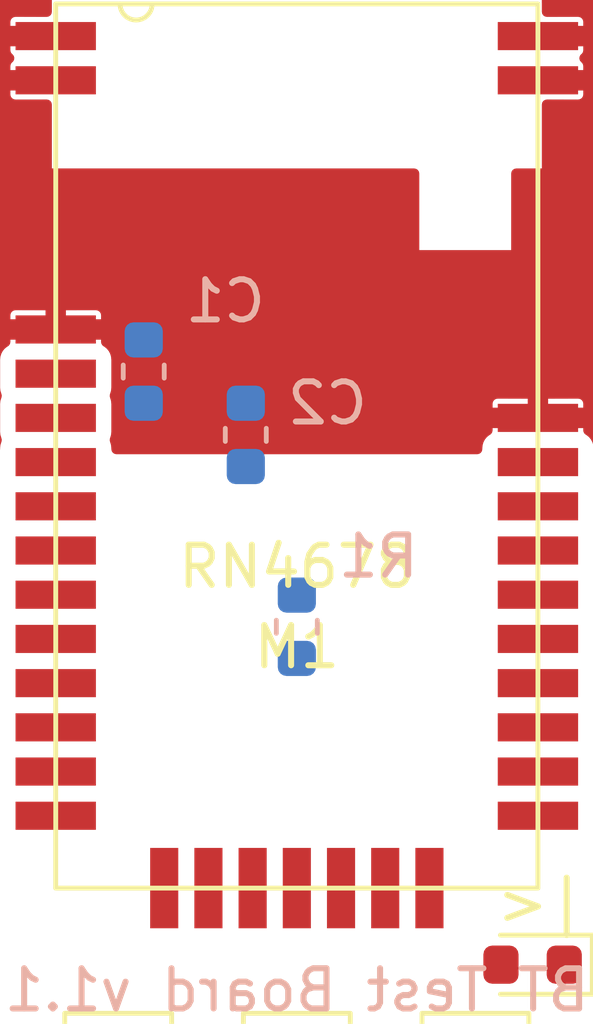
<source format=kicad_pcb>
(kicad_pcb (version 20171130) (host pcbnew "(5.1.0)-1")

  (general
    (thickness 1.6)
    (drawings 1)
    (tracks 0)
    (zones 0)
    (modules 10)
    (nets 27)
  )

  (page User 150.012 150.012)
  (layers
    (0 F.Cu signal hide)
    (31 B.Cu signal)
    (32 B.Adhes user)
    (33 F.Adhes user)
    (34 B.Paste user)
    (35 F.Paste user)
    (36 B.SilkS user)
    (37 F.SilkS user)
    (38 B.Mask user)
    (39 F.Mask user)
    (40 Dwgs.User user)
    (41 Cmts.User user)
    (42 Eco1.User user)
    (43 Eco2.User user)
    (44 Edge.Cuts user)
    (45 Margin user)
    (46 B.CrtYd user)
    (47 F.CrtYd user)
    (48 B.Fab user hide)
    (49 F.Fab user hide)
  )

  (setup
    (last_trace_width 0.25)
    (trace_clearance 0.2)
    (zone_clearance 0.508)
    (zone_45_only no)
    (trace_min 0.2)
    (via_size 0.8)
    (via_drill 0.4)
    (via_min_size 0.4)
    (via_min_drill 0.3)
    (uvia_size 0.3)
    (uvia_drill 0.1)
    (uvias_allowed no)
    (uvia_min_size 0.2)
    (uvia_min_drill 0.1)
    (edge_width 0.05)
    (segment_width 0.2)
    (pcb_text_width 0.3)
    (pcb_text_size 1.5 1.5)
    (mod_edge_width 0.12)
    (mod_text_size 1 1)
    (mod_text_width 0.15)
    (pad_size 1.524 1.524)
    (pad_drill 0.762)
    (pad_to_mask_clearance 0.051)
    (solder_mask_min_width 0.25)
    (aux_axis_origin 0 0)
    (visible_elements 7FFFFFFF)
    (pcbplotparams
      (layerselection 0x010fc_ffffffff)
      (usegerberextensions false)
      (usegerberattributes false)
      (usegerberadvancedattributes false)
      (creategerberjobfile false)
      (excludeedgelayer true)
      (linewidth 0.100000)
      (plotframeref false)
      (viasonmask false)
      (mode 1)
      (useauxorigin false)
      (hpglpennumber 1)
      (hpglpenspeed 20)
      (hpglpendiameter 15.000000)
      (psnegative false)
      (psa4output false)
      (plotreference true)
      (plotvalue true)
      (plotinvisibletext false)
      (padsonsilk false)
      (subtractmaskfromsilk false)
      (outputformat 1)
      (mirror false)
      (drillshape 1)
      (scaleselection 1)
      (outputdirectory ""))
  )

  (net 0 "")
  (net 1 GND)
  (net 2 +BATT)
  (net 3 /LDO33)
  (net 4 "Net-(D1-Pad2)")
  (net 5 "Net-(D1-Pad1)")
  (net 6 /RST_N)
  (net 7 /15)
  (net 8 /13)
  (net 9 /12)
  (net 10 /05)
  (net 11 /04)
  (net 12 /WAKEUP)
  (net 13 /SWBTN)
  (net 14 /37)
  (net 15 /36)
  (net 16 /34)
  (net 17 /33)
  (net 18 /32)
  (net 19 /31)
  (net 20 /TXD)
  (net 21 /RXD)
  (net 22 /RTS)
  (net 23 /CTS)
  (net 24 "Net-(JP1-Pad2)")
  (net 25 "Net-(JP2-Pad2)")
  (net 26 "Net-(JP3-Pad2)")

  (net_class Default "This is the default net class."
    (clearance 0.2)
    (trace_width 0.25)
    (via_dia 0.8)
    (via_drill 0.4)
    (uvia_dia 0.3)
    (uvia_drill 0.1)
    (add_net +BATT)
    (add_net /04)
    (add_net /05)
    (add_net /12)
    (add_net /13)
    (add_net /15)
    (add_net /31)
    (add_net /32)
    (add_net /33)
    (add_net /34)
    (add_net /36)
    (add_net /37)
    (add_net /CTS)
    (add_net /LDO33)
    (add_net /RST_N)
    (add_net /RTS)
    (add_net /RXD)
    (add_net /SWBTN)
    (add_net /TXD)
    (add_net /WAKEUP)
    (add_net GND)
    (add_net "Net-(D1-Pad1)")
    (add_net "Net-(D1-Pad2)")
    (add_net "Net-(JP1-Pad2)")
    (add_net "Net-(JP2-Pad2)")
    (add_net "Net-(JP3-Pad2)")
  )

  (module Connector_PinHeader_2.54mm:PinHeader_1x11_P2.54mm_Vertical (layer F.Cu) (tedit 59FED5CC) (tstamp 60328FDA)
    (at 66.04 48.26)
    (descr "Through hole straight pin header, 1x11, 2.54mm pitch, single row")
    (tags "Through hole pin header THT 1x11 2.54mm single row")
    (path /6032C8D4)
    (fp_text reference J1 (at -3.81 -1.27) (layer F.SilkS) hide
      (effects (font (size 1 1) (thickness 0.15)))
    )
    (fp_text value Conn_01x11_Male (at 0 27.73) (layer F.Fab)
      (effects (font (size 1 1) (thickness 0.15)))
    )
    (fp_text user %R (at 0 12.7 90) (layer F.Fab)
      (effects (font (size 1 1) (thickness 0.15)))
    )
    (fp_line (start 1.8 -1.8) (end -1.8 -1.8) (layer F.CrtYd) (width 0.05))
    (fp_line (start 1.8 27.2) (end 1.8 -1.8) (layer F.CrtYd) (width 0.05))
    (fp_line (start -1.8 27.2) (end 1.8 27.2) (layer F.CrtYd) (width 0.05))
    (fp_line (start -1.8 -1.8) (end -1.8 27.2) (layer F.CrtYd) (width 0.05))
    (fp_line (start -1.33 -1.33) (end 0 -1.33) (layer F.SilkS) (width 0.12))
    (fp_line (start -1.33 0) (end -1.33 -1.33) (layer F.SilkS) (width 0.12))
    (fp_line (start -1.33 1.27) (end 1.33 1.27) (layer F.SilkS) (width 0.12))
    (fp_line (start 1.33 1.27) (end 1.33 26.73) (layer F.SilkS) (width 0.12))
    (fp_line (start -1.33 1.27) (end -1.33 26.73) (layer F.SilkS) (width 0.12))
    (fp_line (start -1.33 26.73) (end 1.33 26.73) (layer F.SilkS) (width 0.12))
    (fp_line (start -1.27 -0.635) (end -0.635 -1.27) (layer F.Fab) (width 0.1))
    (fp_line (start -1.27 26.67) (end -1.27 -0.635) (layer F.Fab) (width 0.1))
    (fp_line (start 1.27 26.67) (end -1.27 26.67) (layer F.Fab) (width 0.1))
    (fp_line (start 1.27 -1.27) (end 1.27 26.67) (layer F.Fab) (width 0.1))
    (fp_line (start -0.635 -1.27) (end 1.27 -1.27) (layer F.Fab) (width 0.1))
    (pad 11 thru_hole oval (at 0 25.4) (size 1.7 1.7) (drill 1) (layers *.Cu *.Mask)
      (net 1 GND))
    (pad 10 thru_hole oval (at 0 22.86) (size 1.7 1.7) (drill 1) (layers *.Cu *.Mask)
      (net 6 /RST_N))
    (pad 9 thru_hole oval (at 0 20.32) (size 1.7 1.7) (drill 1) (layers *.Cu *.Mask)
      (net 10 /05))
    (pad 8 thru_hole oval (at 0 17.78) (size 1.7 1.7) (drill 1) (layers *.Cu *.Mask)
      (net 8 /13))
    (pad 7 thru_hole oval (at 0 15.24) (size 1.7 1.7) (drill 1) (layers *.Cu *.Mask)
      (net 9 /12))
    (pad 6 thru_hole oval (at 0 12.7) (size 1.7 1.7) (drill 1) (layers *.Cu *.Mask)
      (net 7 /15))
    (pad 5 thru_hole oval (at 0 10.16) (size 1.7 1.7) (drill 1) (layers *.Cu *.Mask)
      (net 11 /04))
    (pad 4 thru_hole oval (at 0 7.62) (size 1.7 1.7) (drill 1) (layers *.Cu *.Mask)
      (net 12 /WAKEUP))
    (pad 3 thru_hole oval (at 0 5.08) (size 1.7 1.7) (drill 1) (layers *.Cu *.Mask)
      (net 13 /SWBTN))
    (pad 2 thru_hole oval (at 0 2.54) (size 1.7 1.7) (drill 1) (layers *.Cu *.Mask)
      (net 1 GND))
    (pad 1 thru_hole rect (at 0 0) (size 1.7 1.7) (drill 1) (layers *.Cu *.Mask)
      (net 2 +BATT))
    (model ${KISYS3DMOD}/Connector_PinHeader_2.54mm.3dshapes/PinHeader_1x11_P2.54mm_Vertical.wrl
      (at (xyz 0 0 0))
      (scale (xyz 1 1 1))
      (rotate (xyz 0 0 0))
    )
  )

  (module Resistor_SMD:R_0603_1608Metric (layer B.Cu) (tedit 5B301BBD) (tstamp 6032B2AD)
    (at 74.93 57.6325 90)
    (descr "Resistor SMD 0603 (1608 Metric), square (rectangular) end terminal, IPC_7351 nominal, (Body size source: http://www.tortai-tech.com/upload/download/2011102023233369053.pdf), generated with kicad-footprint-generator")
    (tags resistor)
    (path /6033065F)
    (attr smd)
    (fp_text reference R1 (at 1.7525 2.032 180) (layer B.SilkS)
      (effects (font (size 1 1) (thickness 0.15)) (justify mirror))
    )
    (fp_text value R (at 0 -1.43 90) (layer B.Fab)
      (effects (font (size 1 1) (thickness 0.15)) (justify mirror))
    )
    (fp_text user %R (at 0 0 90) (layer B.Fab)
      (effects (font (size 0.4 0.4) (thickness 0.06)) (justify mirror))
    )
    (fp_line (start 1.48 -0.73) (end -1.48 -0.73) (layer B.CrtYd) (width 0.05))
    (fp_line (start 1.48 0.73) (end 1.48 -0.73) (layer B.CrtYd) (width 0.05))
    (fp_line (start -1.48 0.73) (end 1.48 0.73) (layer B.CrtYd) (width 0.05))
    (fp_line (start -1.48 -0.73) (end -1.48 0.73) (layer B.CrtYd) (width 0.05))
    (fp_line (start -0.162779 -0.51) (end 0.162779 -0.51) (layer B.SilkS) (width 0.12))
    (fp_line (start -0.162779 0.51) (end 0.162779 0.51) (layer B.SilkS) (width 0.12))
    (fp_line (start 0.8 -0.4) (end -0.8 -0.4) (layer B.Fab) (width 0.1))
    (fp_line (start 0.8 0.4) (end 0.8 -0.4) (layer B.Fab) (width 0.1))
    (fp_line (start -0.8 0.4) (end 0.8 0.4) (layer B.Fab) (width 0.1))
    (fp_line (start -0.8 -0.4) (end -0.8 0.4) (layer B.Fab) (width 0.1))
    (pad 2 smd roundrect (at 0.7875 0 90) (size 0.875 0.95) (layers B.Cu B.Paste B.Mask) (roundrect_rratio 0.25)
      (net 3 /LDO33))
    (pad 1 smd roundrect (at -0.7875 0 90) (size 0.875 0.95) (layers B.Cu B.Paste B.Mask) (roundrect_rratio 0.25)
      (net 4 "Net-(D1-Pad2)"))
    (model ${KISYS3DMOD}/Resistor_SMD.3dshapes/R_0603_1608Metric.wrl
      (at (xyz 0 0 0))
      (scale (xyz 1 1 1))
      (rotate (xyz 0 0 0))
    )
  )

  (module spectrometer_core:RN4678 (layer F.Cu) (tedit 603D364F) (tstamp 6032ADEF)
    (at 74.93 64.135)
    (path /6032A639)
    (fp_text reference M1 (at 0 -6) (layer F.SilkS)
      (effects (font (size 1 1) (thickness 0.15)))
    )
    (fp_text value RN4678 (at 0 -8) (layer F.Fab)
      (effects (font (size 1 1) (thickness 0.15)))
    )
    (fp_line (start -6 -18) (end 6 -18) (layer B.Fab) (width 0.12))
    (fp_text user RN4678 (at 0 -8) (layer F.SilkS)
      (effects (font (size 1 1) (thickness 0.15)))
    )
    (fp_line (start -6 -22) (end -6 -18) (layer B.Fab) (width 0.12))
    (fp_line (start 6 -22) (end -6 -22) (layer B.Fab) (width 0.12))
    (fp_line (start 6 -18) (end 6 -22) (layer B.Fab) (width 0.12))
    (fp_line (start 11.8 -17.6) (end 12.4 -18) (layer F.Fab) (width 0.12))
    (fp_line (start 11.8 -18.4) (end 11.8 -17.6) (layer F.Fab) (width 0.12))
    (fp_line (start 12.4 -18) (end 11.8 -18.4) (layer F.Fab) (width 0.12))
    (fp_line (start 6 -18) (end 12.4 -18) (layer F.Fab) (width 0.12))
    (fp_line (start -10.1 -18.4) (end -10.7 -18) (layer F.Fab) (width 0.12))
    (fp_line (start -10.1 -17.6) (end -10.1 -18.4) (layer F.Fab) (width 0.12))
    (fp_line (start -10.7 -18) (end -10.1 -17.6) (layer F.Fab) (width 0.12))
    (fp_line (start -6 -18) (end -10.7 -18) (layer F.Fab) (width 0.12))
    (fp_line (start -6 -22) (end 6 -22) (layer F.SilkS) (width 0.12))
    (fp_line (start 6 -22) (end 6 0) (layer F.SilkS) (width 0.12))
    (fp_line (start 6 0) (end -6 0) (layer F.SilkS) (width 0.12))
    (fp_line (start -6 0) (end -6 -22) (layer F.SilkS) (width 0.12))
    (fp_arc (start -4 -22) (end -4.4 -22) (angle -180) (layer F.SilkS) (width 0.12))
    (fp_text user "No Cu" (at 0 -20) (layer B.Fab)
      (effects (font (size 1 1) (thickness 0.15) italic) (justify mirror))
    )
    (fp_text user "No Cu" (at 0 -20) (layer F.Fab)
      (effects (font (size 1 1) (thickness 0.15) italic))
    )
    (fp_line (start 3.2 -18) (end 3.2 -16) (layer F.Fab) (width 0.12))
    (fp_line (start 3.2 -16) (end 5.2 -16) (layer F.Fab) (width 0.12))
    (fp_line (start 5.2 -16) (end 5.2 -18) (layer F.Fab) (width 0.12))
    (fp_line (start 5.2 -18) (end 6 -18) (layer F.Fab) (width 0.12))
    (fp_line (start 3.2 -18) (end -6 -18) (layer F.Fab) (width 0.12))
    (pad 14 smd rect (at -6 -1.8) (size 2 0.7) (layers F.Cu F.Paste F.Mask)
      (net 8 /13))
    (pad 13 smd rect (at -6 -2.9) (size 2 0.7) (layers F.Cu F.Paste F.Mask)
      (net 9 /12))
    (pad 12 smd rect (at -6 -4) (size 2 0.7) (layers F.Cu F.Paste F.Mask)
      (net 7 /15))
    (pad 11 smd rect (at -6 -5.1) (size 2 0.7) (layers F.Cu F.Paste F.Mask)
      (net 11 /04))
    (pad 10 smd rect (at -6 -6.2) (size 2 0.7) (layers F.Cu F.Paste F.Mask))
    (pad 9 smd rect (at -6 -7.3) (size 2 0.7) (layers F.Cu F.Paste F.Mask)
      (net 12 /WAKEUP))
    (pad 5 smd rect (at -6 -11.7) (size 2 0.7) (layers F.Cu F.Paste F.Mask)
      (net 13 /SWBTN))
    (pad 6 smd rect (at -6 -10.6) (size 2 0.7) (layers F.Cu F.Paste F.Mask)
      (net 3 /LDO33))
    (pad 8 smd rect (at -6 -8.4) (size 2 0.7) (layers F.Cu F.Paste F.Mask))
    (pad 7 smd rect (at -6 -9.5) (size 2 0.7) (layers F.Cu F.Paste F.Mask)
      (net 3 /LDO33))
    (pad 4 smd rect (at -6 -12.8) (size 2 0.7) (layers F.Cu F.Paste F.Mask)
      (net 2 +BATT))
    (pad 2 smd rect (at -6 -20.1) (size 2 0.7) (layers F.Cu F.Paste F.Mask)
      (net 1 GND))
    (pad 3 smd rect (at -6 -13.9) (size 2 0.7) (layers F.Cu F.Paste F.Mask)
      (net 1 GND))
    (pad 1 smd rect (at -6 -21.2) (size 2 0.7) (layers F.Cu F.Paste F.Mask)
      (net 1 GND))
    (pad 28 smd rect (at 6 -8.4) (size 2 0.7) (layers F.Cu F.Paste F.Mask)
      (net 15 /36))
    (pad 32 smd rect (at 6 -20.1) (size 2 0.7) (layers F.Cu F.Paste F.Mask)
      (net 1 GND))
    (pad 33 smd rect (at 6 -21.2) (size 2 0.7) (layers F.Cu F.Paste F.Mask)
      (net 1 GND))
    (pad 31 smd rect (at 6 -11.7) (size 2 0.7) (layers F.Cu F.Paste F.Mask)
      (net 1 GND))
    (pad 22 smd rect (at 6 -1.8) (size 2 0.7) (layers F.Cu F.Paste F.Mask)
      (net 21 /RXD))
    (pad 25 smd rect (at 6 -5.1) (size 2 0.7) (layers F.Cu F.Paste F.Mask)
      (net 18 /32))
    (pad 29 smd rect (at 6 -9.5) (size 2 0.7) (layers F.Cu F.Paste F.Mask)
      (net 14 /37))
    (pad 24 smd rect (at 6 -4) (size 2 0.7) (layers F.Cu F.Paste F.Mask)
      (net 19 /31))
    (pad 30 smd rect (at 6 -10.6) (size 2 0.7) (layers F.Cu F.Paste F.Mask)
      (net 5 "Net-(D1-Pad1)"))
    (pad 27 smd rect (at 6 -7.3) (size 2 0.7) (layers F.Cu F.Paste F.Mask)
      (net 16 /34))
    (pad 26 smd rect (at 6 -6.2) (size 2 0.7) (layers F.Cu F.Paste F.Mask)
      (net 17 /33))
    (pad 23 smd rect (at 6 -2.9) (size 2 0.7) (layers F.Cu F.Paste F.Mask)
      (net 20 /TXD))
    (pad 21 smd rect (at 3.3 0 90) (size 2 0.7) (layers F.Cu F.Paste F.Mask)
      (net 6 /RST_N))
    (pad 18 smd rect (at 0 0 90) (size 2 0.7) (layers F.Cu F.Paste F.Mask)
      (net 24 "Net-(JP1-Pad2)"))
    (pad 15 smd rect (at -3.3 0 90) (size 2 0.7) (layers F.Cu F.Paste F.Mask)
      (net 23 /CTS))
    (pad 19 smd rect (at 1.1 0 90) (size 2 0.7) (layers F.Cu F.Paste F.Mask)
      (net 25 "Net-(JP2-Pad2)"))
    (pad 17 smd rect (at -1.1 0 90) (size 2 0.7) (layers F.Cu F.Paste F.Mask)
      (net 22 /RTS))
    (pad 16 smd rect (at -2.2 0 90) (size 2 0.7) (layers F.Cu F.Paste F.Mask)
      (net 10 /05))
    (pad 20 smd rect (at 2.2 0 90) (size 2 0.7) (layers F.Cu F.Paste F.Mask)
      (net 26 "Net-(JP3-Pad2)"))
  )

  (module Connector_PinHeader_2.54mm:PinHeader_1x03_P2.54mm_Vertical (layer F.Cu) (tedit 59FED5CC) (tstamp 6032903E)
    (at 79.375 73.66 180)
    (descr "Through hole straight pin header, 1x03, 2.54mm pitch, single row")
    (tags "Through hole pin header THT 1x03 2.54mm single row")
    (path /60347967)
    (fp_text reference JP3 (at 0 -2.33 180) (layer F.SilkS)
      (effects (font (size 1 1) (thickness 0.15)))
    )
    (fp_text value J3 (at 0 7.41 180) (layer F.Fab)
      (effects (font (size 1 1) (thickness 0.15)))
    )
    (fp_text user %R (at 0 2.54 270) (layer F.Fab)
      (effects (font (size 1 1) (thickness 0.15)))
    )
    (fp_line (start 1.8 -1.8) (end -1.8 -1.8) (layer F.CrtYd) (width 0.05))
    (fp_line (start 1.8 6.85) (end 1.8 -1.8) (layer F.CrtYd) (width 0.05))
    (fp_line (start -1.8 6.85) (end 1.8 6.85) (layer F.CrtYd) (width 0.05))
    (fp_line (start -1.8 -1.8) (end -1.8 6.85) (layer F.CrtYd) (width 0.05))
    (fp_line (start -1.33 -1.33) (end 0 -1.33) (layer F.SilkS) (width 0.12))
    (fp_line (start -1.33 0) (end -1.33 -1.33) (layer F.SilkS) (width 0.12))
    (fp_line (start -1.33 1.27) (end 1.33 1.27) (layer F.SilkS) (width 0.12))
    (fp_line (start 1.33 1.27) (end 1.33 6.41) (layer F.SilkS) (width 0.12))
    (fp_line (start -1.33 1.27) (end -1.33 6.41) (layer F.SilkS) (width 0.12))
    (fp_line (start -1.33 6.41) (end 1.33 6.41) (layer F.SilkS) (width 0.12))
    (fp_line (start -1.27 -0.635) (end -0.635 -1.27) (layer F.Fab) (width 0.1))
    (fp_line (start -1.27 6.35) (end -1.27 -0.635) (layer F.Fab) (width 0.1))
    (fp_line (start 1.27 6.35) (end -1.27 6.35) (layer F.Fab) (width 0.1))
    (fp_line (start 1.27 -1.27) (end 1.27 6.35) (layer F.Fab) (width 0.1))
    (fp_line (start -0.635 -1.27) (end 1.27 -1.27) (layer F.Fab) (width 0.1))
    (pad 3 thru_hole oval (at 0 5.08 180) (size 1.7 1.7) (drill 1) (layers *.Cu *.Mask)
      (net 2 +BATT))
    (pad 2 thru_hole oval (at 0 2.54 180) (size 1.7 1.7) (drill 1) (layers *.Cu *.Mask)
      (net 26 "Net-(JP3-Pad2)"))
    (pad 1 thru_hole rect (at 0 0 180) (size 1.7 1.7) (drill 1) (layers *.Cu *.Mask)
      (net 1 GND))
    (model ${KISYS3DMOD}/Connector_PinHeader_2.54mm.3dshapes/PinHeader_1x03_P2.54mm_Vertical.wrl
      (at (xyz 0 0 0))
      (scale (xyz 1 1 1))
      (rotate (xyz 0 0 0))
    )
  )

  (module Connector_PinHeader_2.54mm:PinHeader_1x03_P2.54mm_Vertical (layer F.Cu) (tedit 59FED5CC) (tstamp 603D4770)
    (at 74.93 73.66 180)
    (descr "Through hole straight pin header, 1x03, 2.54mm pitch, single row")
    (tags "Through hole pin header THT 1x03 2.54mm single row")
    (path /60347123)
    (fp_text reference JP2 (at 0 -2.33 180) (layer F.SilkS)
      (effects (font (size 1 1) (thickness 0.15)))
    )
    (fp_text value J3 (at 0 7.41 180) (layer F.Fab)
      (effects (font (size 1 1) (thickness 0.15)))
    )
    (fp_text user %R (at 0 2.54 270) (layer F.Fab)
      (effects (font (size 1 1) (thickness 0.15)))
    )
    (fp_line (start 1.8 -1.8) (end -1.8 -1.8) (layer F.CrtYd) (width 0.05))
    (fp_line (start 1.8 6.85) (end 1.8 -1.8) (layer F.CrtYd) (width 0.05))
    (fp_line (start -1.8 6.85) (end 1.8 6.85) (layer F.CrtYd) (width 0.05))
    (fp_line (start -1.8 -1.8) (end -1.8 6.85) (layer F.CrtYd) (width 0.05))
    (fp_line (start -1.33 -1.33) (end 0 -1.33) (layer F.SilkS) (width 0.12))
    (fp_line (start -1.33 0) (end -1.33 -1.33) (layer F.SilkS) (width 0.12))
    (fp_line (start -1.33 1.27) (end 1.33 1.27) (layer F.SilkS) (width 0.12))
    (fp_line (start 1.33 1.27) (end 1.33 6.41) (layer F.SilkS) (width 0.12))
    (fp_line (start -1.33 1.27) (end -1.33 6.41) (layer F.SilkS) (width 0.12))
    (fp_line (start -1.33 6.41) (end 1.33 6.41) (layer F.SilkS) (width 0.12))
    (fp_line (start -1.27 -0.635) (end -0.635 -1.27) (layer F.Fab) (width 0.1))
    (fp_line (start -1.27 6.35) (end -1.27 -0.635) (layer F.Fab) (width 0.1))
    (fp_line (start 1.27 6.35) (end -1.27 6.35) (layer F.Fab) (width 0.1))
    (fp_line (start 1.27 -1.27) (end 1.27 6.35) (layer F.Fab) (width 0.1))
    (fp_line (start -0.635 -1.27) (end 1.27 -1.27) (layer F.Fab) (width 0.1))
    (pad 3 thru_hole oval (at 0 5.08 180) (size 1.7 1.7) (drill 1) (layers *.Cu *.Mask)
      (net 2 +BATT))
    (pad 2 thru_hole oval (at 0 2.54 180) (size 1.7 1.7) (drill 1) (layers *.Cu *.Mask)
      (net 25 "Net-(JP2-Pad2)"))
    (pad 1 thru_hole rect (at 0 0 180) (size 1.7 1.7) (drill 1) (layers *.Cu *.Mask)
      (net 1 GND))
    (model ${KISYS3DMOD}/Connector_PinHeader_2.54mm.3dshapes/PinHeader_1x03_P2.54mm_Vertical.wrl
      (at (xyz 0 0 0))
      (scale (xyz 1 1 1))
      (rotate (xyz 0 0 0))
    )
  )

  (module Connector_PinHeader_2.54mm:PinHeader_1x03_P2.54mm_Vertical (layer F.Cu) (tedit 59FED5CC) (tstamp 603D4616)
    (at 70.485 73.66 180)
    (descr "Through hole straight pin header, 1x03, 2.54mm pitch, single row")
    (tags "Through hole pin header THT 1x03 2.54mm single row")
    (path /6033E6A0)
    (fp_text reference JP1 (at 0 -2.33 180) (layer F.SilkS)
      (effects (font (size 1 1) (thickness 0.15)))
    )
    (fp_text value J3 (at 0 7.41 180) (layer F.Fab)
      (effects (font (size 1 1) (thickness 0.15)))
    )
    (fp_text user %R (at 0 2.54 270) (layer F.Fab)
      (effects (font (size 1 1) (thickness 0.15)))
    )
    (fp_line (start 1.8 -1.8) (end -1.8 -1.8) (layer F.CrtYd) (width 0.05))
    (fp_line (start 1.8 6.85) (end 1.8 -1.8) (layer F.CrtYd) (width 0.05))
    (fp_line (start -1.8 6.85) (end 1.8 6.85) (layer F.CrtYd) (width 0.05))
    (fp_line (start -1.8 -1.8) (end -1.8 6.85) (layer F.CrtYd) (width 0.05))
    (fp_line (start -1.33 -1.33) (end 0 -1.33) (layer F.SilkS) (width 0.12))
    (fp_line (start -1.33 0) (end -1.33 -1.33) (layer F.SilkS) (width 0.12))
    (fp_line (start -1.33 1.27) (end 1.33 1.27) (layer F.SilkS) (width 0.12))
    (fp_line (start 1.33 1.27) (end 1.33 6.41) (layer F.SilkS) (width 0.12))
    (fp_line (start -1.33 1.27) (end -1.33 6.41) (layer F.SilkS) (width 0.12))
    (fp_line (start -1.33 6.41) (end 1.33 6.41) (layer F.SilkS) (width 0.12))
    (fp_line (start -1.27 -0.635) (end -0.635 -1.27) (layer F.Fab) (width 0.1))
    (fp_line (start -1.27 6.35) (end -1.27 -0.635) (layer F.Fab) (width 0.1))
    (fp_line (start 1.27 6.35) (end -1.27 6.35) (layer F.Fab) (width 0.1))
    (fp_line (start 1.27 -1.27) (end 1.27 6.35) (layer F.Fab) (width 0.1))
    (fp_line (start -0.635 -1.27) (end 1.27 -1.27) (layer F.Fab) (width 0.1))
    (pad 3 thru_hole oval (at 0 5.08 180) (size 1.7 1.7) (drill 1) (layers *.Cu *.Mask)
      (net 2 +BATT))
    (pad 2 thru_hole oval (at 0 2.54 180) (size 1.7 1.7) (drill 1) (layers *.Cu *.Mask)
      (net 24 "Net-(JP1-Pad2)"))
    (pad 1 thru_hole rect (at 0 0 180) (size 1.7 1.7) (drill 1) (layers *.Cu *.Mask)
      (net 1 GND))
    (model ${KISYS3DMOD}/Connector_PinHeader_2.54mm.3dshapes/PinHeader_1x03_P2.54mm_Vertical.wrl
      (at (xyz 0 0 0))
      (scale (xyz 1 1 1))
      (rotate (xyz 0 0 0))
    )
  )

  (module Connector_PinHeader_2.54mm:PinHeader_1x11_P2.54mm_Vertical (layer F.Cu) (tedit 59FED5CC) (tstamp 60328FF9)
    (at 83.82 73.66 180)
    (descr "Through hole straight pin header, 1x11, 2.54mm pitch, single row")
    (tags "Through hole pin header THT 1x11 2.54mm single row")
    (path /6032D841)
    (fp_text reference J2 (at -3.81 1.27 180) (layer F.SilkS) hide
      (effects (font (size 1 1) (thickness 0.15)))
    )
    (fp_text value Conn_01x11_Male (at 0 27.73 180) (layer F.Fab)
      (effects (font (size 1 1) (thickness 0.15)))
    )
    (fp_text user %R (at 0 12.7 270) (layer F.Fab)
      (effects (font (size 1 1) (thickness 0.15)))
    )
    (fp_line (start 1.8 -1.8) (end -1.8 -1.8) (layer F.CrtYd) (width 0.05))
    (fp_line (start 1.8 27.2) (end 1.8 -1.8) (layer F.CrtYd) (width 0.05))
    (fp_line (start -1.8 27.2) (end 1.8 27.2) (layer F.CrtYd) (width 0.05))
    (fp_line (start -1.8 -1.8) (end -1.8 27.2) (layer F.CrtYd) (width 0.05))
    (fp_line (start -1.33 -1.33) (end 0 -1.33) (layer F.SilkS) (width 0.12))
    (fp_line (start -1.33 0) (end -1.33 -1.33) (layer F.SilkS) (width 0.12))
    (fp_line (start -1.33 1.27) (end 1.33 1.27) (layer F.SilkS) (width 0.12))
    (fp_line (start 1.33 1.27) (end 1.33 26.73) (layer F.SilkS) (width 0.12))
    (fp_line (start -1.33 1.27) (end -1.33 26.73) (layer F.SilkS) (width 0.12))
    (fp_line (start -1.33 26.73) (end 1.33 26.73) (layer F.SilkS) (width 0.12))
    (fp_line (start -1.27 -0.635) (end -0.635 -1.27) (layer F.Fab) (width 0.1))
    (fp_line (start -1.27 26.67) (end -1.27 -0.635) (layer F.Fab) (width 0.1))
    (fp_line (start 1.27 26.67) (end -1.27 26.67) (layer F.Fab) (width 0.1))
    (fp_line (start 1.27 -1.27) (end 1.27 26.67) (layer F.Fab) (width 0.1))
    (fp_line (start -0.635 -1.27) (end 1.27 -1.27) (layer F.Fab) (width 0.1))
    (pad 11 thru_hole oval (at 0 25.4 180) (size 1.7 1.7) (drill 1) (layers *.Cu *.Mask)
      (net 1 GND))
    (pad 10 thru_hole oval (at 0 22.86 180) (size 1.7 1.7) (drill 1) (layers *.Cu *.Mask)
      (net 14 /37))
    (pad 9 thru_hole oval (at 0 20.32 180) (size 1.7 1.7) (drill 1) (layers *.Cu *.Mask)
      (net 15 /36))
    (pad 8 thru_hole oval (at 0 17.78 180) (size 1.7 1.7) (drill 1) (layers *.Cu *.Mask)
      (net 16 /34))
    (pad 7 thru_hole oval (at 0 15.24 180) (size 1.7 1.7) (drill 1) (layers *.Cu *.Mask)
      (net 17 /33))
    (pad 6 thru_hole oval (at 0 12.7 180) (size 1.7 1.7) (drill 1) (layers *.Cu *.Mask)
      (net 18 /32))
    (pad 5 thru_hole oval (at 0 10.16 180) (size 1.7 1.7) (drill 1) (layers *.Cu *.Mask)
      (net 19 /31))
    (pad 4 thru_hole oval (at 0 7.62 180) (size 1.7 1.7) (drill 1) (layers *.Cu *.Mask)
      (net 20 /TXD))
    (pad 3 thru_hole oval (at 0 5.08 180) (size 1.7 1.7) (drill 1) (layers *.Cu *.Mask)
      (net 21 /RXD))
    (pad 2 thru_hole oval (at 0 2.54 180) (size 1.7 1.7) (drill 1) (layers *.Cu *.Mask)
      (net 22 /RTS))
    (pad 1 thru_hole rect (at 0 0 180) (size 1.7 1.7) (drill 1) (layers *.Cu *.Mask)
      (net 23 /CTS))
    (model ${KISYS3DMOD}/Connector_PinHeader_2.54mm.3dshapes/PinHeader_1x11_P2.54mm_Vertical.wrl
      (at (xyz 0 0 0))
      (scale (xyz 1 1 1))
      (rotate (xyz 0 0 0))
    )
  )

  (module LED_SMD:LED_0603_1608Metric (layer F.Cu) (tedit 5B301BBE) (tstamp 60329857)
    (at 80.7975 66.04 180)
    (descr "LED SMD 0603 (1608 Metric), square (rectangular) end terminal, IPC_7351 nominal, (Body size source: http://www.tortai-tech.com/upload/download/2011102023233369053.pdf), generated with kicad-footprint-generator")
    (tags diode)
    (path /60333095)
    (attr smd)
    (fp_text reference >| (at -0.2285 1.524 180) (layer F.SilkS)
      (effects (font (size 1 1) (thickness 0.15)))
    )
    (fp_text value LED (at 0 1.43 180) (layer F.Fab)
      (effects (font (size 1 1) (thickness 0.15)))
    )
    (fp_text user %R (at 0 0 180) (layer F.Fab)
      (effects (font (size 0.4 0.4) (thickness 0.06)))
    )
    (fp_line (start 1.48 0.73) (end -1.48 0.73) (layer F.CrtYd) (width 0.05))
    (fp_line (start 1.48 -0.73) (end 1.48 0.73) (layer F.CrtYd) (width 0.05))
    (fp_line (start -1.48 -0.73) (end 1.48 -0.73) (layer F.CrtYd) (width 0.05))
    (fp_line (start -1.48 0.73) (end -1.48 -0.73) (layer F.CrtYd) (width 0.05))
    (fp_line (start -1.485 0.735) (end 0.8 0.735) (layer F.SilkS) (width 0.12))
    (fp_line (start -1.485 -0.735) (end -1.485 0.735) (layer F.SilkS) (width 0.12))
    (fp_line (start 0.8 -0.735) (end -1.485 -0.735) (layer F.SilkS) (width 0.12))
    (fp_line (start 0.8 0.4) (end 0.8 -0.4) (layer F.Fab) (width 0.1))
    (fp_line (start -0.8 0.4) (end 0.8 0.4) (layer F.Fab) (width 0.1))
    (fp_line (start -0.8 -0.1) (end -0.8 0.4) (layer F.Fab) (width 0.1))
    (fp_line (start -0.5 -0.4) (end -0.8 -0.1) (layer F.Fab) (width 0.1))
    (fp_line (start 0.8 -0.4) (end -0.5 -0.4) (layer F.Fab) (width 0.1))
    (pad 2 smd roundrect (at 0.7875 0 180) (size 0.875 0.95) (layers F.Cu F.Paste F.Mask) (roundrect_rratio 0.25)
      (net 4 "Net-(D1-Pad2)"))
    (pad 1 smd roundrect (at -0.7875 0 180) (size 0.875 0.95) (layers F.Cu F.Paste F.Mask) (roundrect_rratio 0.25)
      (net 5 "Net-(D1-Pad1)"))
    (model ${KISYS3DMOD}/LED_SMD.3dshapes/LED_0603_1608Metric.wrl
      (at (xyz 0 0 0))
      (scale (xyz 1 1 1))
      (rotate (xyz 0 0 0))
    )
  )

  (module Capacitor_SMD:C_0603_1608Metric (layer B.Cu) (tedit 5B301BBE) (tstamp 60329AB7)
    (at 73.66 52.8575 90)
    (descr "Capacitor SMD 0603 (1608 Metric), square (rectangular) end terminal, IPC_7351 nominal, (Body size source: http://www.tortai-tech.com/upload/download/2011102023233369053.pdf), generated with kicad-footprint-generator")
    (tags capacitor)
    (path /603468D8)
    (attr smd)
    (fp_text reference C2 (at 0.7875 2.032 180) (layer B.SilkS)
      (effects (font (size 1 1) (thickness 0.15)) (justify mirror))
    )
    (fp_text value C (at 0 -1.43 90) (layer B.Fab)
      (effects (font (size 1 1) (thickness 0.15)) (justify mirror))
    )
    (fp_text user %R (at 0 0 90) (layer B.Fab)
      (effects (font (size 0.4 0.4) (thickness 0.06)) (justify mirror))
    )
    (fp_line (start 1.48 -0.73) (end -1.48 -0.73) (layer B.CrtYd) (width 0.05))
    (fp_line (start 1.48 0.73) (end 1.48 -0.73) (layer B.CrtYd) (width 0.05))
    (fp_line (start -1.48 0.73) (end 1.48 0.73) (layer B.CrtYd) (width 0.05))
    (fp_line (start -1.48 -0.73) (end -1.48 0.73) (layer B.CrtYd) (width 0.05))
    (fp_line (start -0.162779 -0.51) (end 0.162779 -0.51) (layer B.SilkS) (width 0.12))
    (fp_line (start -0.162779 0.51) (end 0.162779 0.51) (layer B.SilkS) (width 0.12))
    (fp_line (start 0.8 -0.4) (end -0.8 -0.4) (layer B.Fab) (width 0.1))
    (fp_line (start 0.8 0.4) (end 0.8 -0.4) (layer B.Fab) (width 0.1))
    (fp_line (start -0.8 0.4) (end 0.8 0.4) (layer B.Fab) (width 0.1))
    (fp_line (start -0.8 -0.4) (end -0.8 0.4) (layer B.Fab) (width 0.1))
    (pad 2 smd roundrect (at 0.7875 0 90) (size 0.875 0.95) (layers B.Cu B.Paste B.Mask) (roundrect_rratio 0.25)
      (net 1 GND))
    (pad 1 smd roundrect (at -0.7875 0 90) (size 0.875 0.95) (layers B.Cu B.Paste B.Mask) (roundrect_rratio 0.25)
      (net 3 /LDO33))
    (model ${KISYS3DMOD}/Capacitor_SMD.3dshapes/C_0603_1608Metric.wrl
      (at (xyz 0 0 0))
      (scale (xyz 1 1 1))
      (rotate (xyz 0 0 0))
    )
  )

  (module Capacitor_SMD:C_0603_1608Metric (layer B.Cu) (tedit 5B301BBE) (tstamp 60329327)
    (at 71.12 51.2825 90)
    (descr "Capacitor SMD 0603 (1608 Metric), square (rectangular) end terminal, IPC_7351 nominal, (Body size source: http://www.tortai-tech.com/upload/download/2011102023233369053.pdf), generated with kicad-footprint-generator")
    (tags capacitor)
    (path /6033AB1A)
    (attr smd)
    (fp_text reference C1 (at 1.7525 2.032 180) (layer B.SilkS)
      (effects (font (size 1 1) (thickness 0.15)) (justify mirror))
    )
    (fp_text value C (at 0 -1.43 90) (layer B.Fab)
      (effects (font (size 1 1) (thickness 0.15)) (justify mirror))
    )
    (fp_text user %R (at 0 0 90) (layer B.Fab)
      (effects (font (size 0.4 0.4) (thickness 0.06)) (justify mirror))
    )
    (fp_line (start 1.48 -0.73) (end -1.48 -0.73) (layer B.CrtYd) (width 0.05))
    (fp_line (start 1.48 0.73) (end 1.48 -0.73) (layer B.CrtYd) (width 0.05))
    (fp_line (start -1.48 0.73) (end 1.48 0.73) (layer B.CrtYd) (width 0.05))
    (fp_line (start -1.48 -0.73) (end -1.48 0.73) (layer B.CrtYd) (width 0.05))
    (fp_line (start -0.162779 -0.51) (end 0.162779 -0.51) (layer B.SilkS) (width 0.12))
    (fp_line (start -0.162779 0.51) (end 0.162779 0.51) (layer B.SilkS) (width 0.12))
    (fp_line (start 0.8 -0.4) (end -0.8 -0.4) (layer B.Fab) (width 0.1))
    (fp_line (start 0.8 0.4) (end 0.8 -0.4) (layer B.Fab) (width 0.1))
    (fp_line (start -0.8 0.4) (end 0.8 0.4) (layer B.Fab) (width 0.1))
    (fp_line (start -0.8 -0.4) (end -0.8 0.4) (layer B.Fab) (width 0.1))
    (pad 2 smd roundrect (at 0.7875 0 90) (size 0.875 0.95) (layers B.Cu B.Paste B.Mask) (roundrect_rratio 0.25)
      (net 1 GND))
    (pad 1 smd roundrect (at -0.7875 0 90) (size 0.875 0.95) (layers B.Cu B.Paste B.Mask) (roundrect_rratio 0.25)
      (net 2 +BATT))
    (model ${KISYS3DMOD}/Capacitor_SMD.3dshapes/C_0603_1608Metric.wrl
      (at (xyz 0 0 0))
      (scale (xyz 1 1 1))
      (rotate (xyz 0 0 0))
    )
  )

  (gr_text "BT Test Board v1.1" (at 74.93 66.675) (layer B.SilkS) (tstamp 6032CED4)
    (effects (font (size 1 1) (thickness 0.15)) (justify mirror))
  )

  (zone (net 0) (net_name "") (layers F&B.Cu) (tstamp 0) (hatch edge 0.508)
    (connect_pads (clearance 0.508))
    (min_thickness 0.254)
    (keepout (tracks not_allowed) (vias not_allowed) (copperpour not_allowed))
    (fill (arc_segments 32) (thermal_gap 0.508) (thermal_bridge_width 0.508))
    (polygon
      (pts
        (xy 68.834 42.037) (xy 68.834 46.228) (xy 77.978 46.228) (xy 77.978 48.26) (xy 80.264 48.26)
        (xy 80.264 46.228) (xy 81.026 46.228) (xy 81.026 42.037)
      )
    )
  )
  (zone (net 0) (net_name "") (layer B.Cu) (tstamp 0) (hatch edge 0.508)
    (connect_pads (clearance 0.508))
    (min_thickness 0.254)
    (keepout (tracks not_allowed) (vias not_allowed) (copperpour not_allowed))
    (fill (arc_segments 32) (thermal_gap 0.508) (thermal_bridge_width 0.508))
    (polygon
      (pts
        (xy 81.026 42.037) (xy 81.026 46.228) (xy 68.834 46.228) (xy 68.834 42.037)
      )
    )
  )
  (zone (net 1) (net_name GND) (layer F.Cu) (tstamp 0) (hatch edge 0.508)
    (connect_pads (clearance 0.381))
    (min_thickness 0.254)
    (fill yes (arc_segments 32) (thermal_gap 0.127) (thermal_bridge_width 0.508))
    (polygon
      (pts
        (xy 85.09 53.34) (xy 85.09 41.91) (xy 64.77 41.91) (xy 64.77 53.34)
      )
    )
    (filled_polygon
      (pts
        (xy 68.707 42.330951) (xy 67.93 42.329771) (xy 67.880207 42.334675) (xy 67.832328 42.349199) (xy 67.788202 42.372785)
        (xy 67.749526 42.404526) (xy 67.717785 42.443202) (xy 67.694199 42.487328) (xy 67.679675 42.535207) (xy 67.674771 42.585)
        (xy 67.676 42.7445) (xy 67.7395 42.808) (xy 68.707 42.808) (xy 68.707 43.062) (xy 67.7395 43.062)
        (xy 67.676 43.1255) (xy 67.674771 43.285) (xy 67.679675 43.334793) (xy 67.694199 43.382672) (xy 67.717785 43.426798)
        (xy 67.749526 43.465474) (xy 67.773318 43.485) (xy 67.749526 43.504526) (xy 67.717785 43.543202) (xy 67.694199 43.587328)
        (xy 67.679675 43.635207) (xy 67.674771 43.685) (xy 67.676 43.8445) (xy 67.7395 43.908) (xy 68.707 43.908)
        (xy 68.707 44.162) (xy 67.7395 44.162) (xy 67.676 44.2255) (xy 67.674771 44.385) (xy 67.679675 44.434793)
        (xy 67.694199 44.482672) (xy 67.717785 44.526798) (xy 67.749526 44.565474) (xy 67.788202 44.597215) (xy 67.832328 44.620801)
        (xy 67.880207 44.635325) (xy 67.93 44.640229) (xy 68.707 44.639049) (xy 68.707 46.228) (xy 68.70944 46.252776)
        (xy 68.716667 46.276601) (xy 68.728403 46.298557) (xy 68.744197 46.317803) (xy 68.763443 46.333597) (xy 68.785399 46.345333)
        (xy 68.809224 46.35256) (xy 68.834 46.355) (xy 77.851 46.355) (xy 77.851 48.26) (xy 77.85344 48.284776)
        (xy 77.860667 48.308601) (xy 77.872403 48.330557) (xy 77.888197 48.349803) (xy 77.907443 48.365597) (xy 77.929399 48.377333)
        (xy 77.953224 48.38456) (xy 77.978 48.387) (xy 80.264 48.387) (xy 80.288776 48.38456) (xy 80.312601 48.377333)
        (xy 80.334557 48.365597) (xy 80.353803 48.349803) (xy 80.369597 48.330557) (xy 80.381333 48.308601) (xy 80.38856 48.284776)
        (xy 80.391 48.26) (xy 80.391 47.963006) (xy 82.756698 47.963006) (xy 82.78728 48.133) (xy 83.693 48.133)
        (xy 83.693 47.226823) (xy 83.947 47.226823) (xy 83.947 48.133) (xy 84.85272 48.133) (xy 84.883302 47.963006)
        (xy 84.86911 47.916199) (xy 84.781879 47.718134) (xy 84.657684 47.540893) (xy 84.501297 47.391286) (xy 84.318728 47.275064)
        (xy 84.116994 47.196692) (xy 83.947 47.226823) (xy 83.693 47.226823) (xy 83.523006 47.196692) (xy 83.321272 47.275064)
        (xy 83.138703 47.391286) (xy 82.982316 47.540893) (xy 82.858121 47.718134) (xy 82.77089 47.916199) (xy 82.756698 47.963006)
        (xy 80.391 47.963006) (xy 80.391 46.355) (xy 81.026 46.355) (xy 81.050776 46.35256) (xy 81.074601 46.345333)
        (xy 81.096557 46.333597) (xy 81.115803 46.317803) (xy 81.131597 46.298557) (xy 81.143333 46.276601) (xy 81.15056 46.252776)
        (xy 81.153 46.228) (xy 81.153 44.639049) (xy 81.93 44.640229) (xy 81.979793 44.635325) (xy 82.027672 44.620801)
        (xy 82.071798 44.597215) (xy 82.110474 44.565474) (xy 82.142215 44.526798) (xy 82.165801 44.482672) (xy 82.180325 44.434793)
        (xy 82.185229 44.385) (xy 82.184 44.2255) (xy 82.1205 44.162) (xy 81.153 44.162) (xy 81.153 43.908)
        (xy 82.1205 43.908) (xy 82.184 43.8445) (xy 82.185229 43.685) (xy 82.180325 43.635207) (xy 82.165801 43.587328)
        (xy 82.142215 43.543202) (xy 82.110474 43.504526) (xy 82.086682 43.485) (xy 82.110474 43.465474) (xy 82.142215 43.426798)
        (xy 82.165801 43.382672) (xy 82.180325 43.334793) (xy 82.185229 43.285) (xy 82.184 43.1255) (xy 82.1205 43.062)
        (xy 81.153 43.062) (xy 81.153 42.808) (xy 82.1205 42.808) (xy 82.184 42.7445) (xy 82.185229 42.585)
        (xy 82.180325 42.535207) (xy 82.165801 42.487328) (xy 82.142215 42.443202) (xy 82.110474 42.404526) (xy 82.071798 42.372785)
        (xy 82.027672 42.349199) (xy 81.979793 42.334675) (xy 81.93 42.329771) (xy 81.153 42.330951) (xy 81.153 42.037)
        (xy 84.963 42.037) (xy 84.963 50.057605) (xy 84.954598 50.041886) (xy 84.784897 49.835103) (xy 84.578114 49.665402)
        (xy 84.342198 49.539302) (xy 84.086214 49.46165) (xy 83.886706 49.442) (xy 83.753294 49.442) (xy 83.553786 49.46165)
        (xy 83.297802 49.539302) (xy 83.061886 49.665402) (xy 82.855103 49.835103) (xy 82.685402 50.041886) (xy 82.559302 50.277802)
        (xy 82.48165 50.533786) (xy 82.45543 50.8) (xy 82.48165 51.066214) (xy 82.559302 51.322198) (xy 82.685402 51.558114)
        (xy 82.855103 51.764897) (xy 83.061886 51.934598) (xy 83.297802 52.060698) (xy 83.328467 52.07) (xy 83.297802 52.079302)
        (xy 83.061886 52.205402) (xy 82.855103 52.375103) (xy 82.685402 52.581886) (xy 82.559302 52.817802) (xy 82.48165 53.073786)
        (xy 82.467939 53.213) (xy 82.440457 53.213) (xy 82.440457 53.185) (xy 82.430649 53.085415) (xy 82.401601 52.989657)
        (xy 82.354429 52.901405) (xy 82.290948 52.824052) (xy 82.213595 52.760571) (xy 82.184923 52.745245) (xy 82.184 52.6255)
        (xy 82.1205 52.562) (xy 81.057 52.562) (xy 81.057 52.582) (xy 80.803 52.582) (xy 80.803 52.562)
        (xy 79.7395 52.562) (xy 79.676 52.6255) (xy 79.675077 52.745245) (xy 79.646405 52.760571) (xy 79.569052 52.824052)
        (xy 79.505571 52.901405) (xy 79.458399 52.989657) (xy 79.429351 53.085415) (xy 79.419543 53.185) (xy 79.419543 53.213)
        (xy 70.440457 53.213) (xy 70.440457 53.185) (xy 70.430649 53.085415) (xy 70.401601 52.989657) (xy 70.399112 52.985)
        (xy 70.401601 52.980343) (xy 70.430649 52.884585) (xy 70.440457 52.785) (xy 70.440457 52.085) (xy 79.674771 52.085)
        (xy 79.676 52.2445) (xy 79.7395 52.308) (xy 80.803 52.308) (xy 80.803 51.8945) (xy 81.057 51.8945)
        (xy 81.057 52.308) (xy 82.1205 52.308) (xy 82.184 52.2445) (xy 82.185229 52.085) (xy 82.180325 52.035207)
        (xy 82.165801 51.987328) (xy 82.142215 51.943202) (xy 82.110474 51.904526) (xy 82.071798 51.872785) (xy 82.027672 51.849199)
        (xy 81.979793 51.834675) (xy 81.93 51.829771) (xy 81.1205 51.831) (xy 81.057 51.8945) (xy 80.803 51.8945)
        (xy 80.7395 51.831) (xy 79.93 51.829771) (xy 79.880207 51.834675) (xy 79.832328 51.849199) (xy 79.788202 51.872785)
        (xy 79.749526 51.904526) (xy 79.717785 51.943202) (xy 79.694199 51.987328) (xy 79.679675 52.035207) (xy 79.674771 52.085)
        (xy 70.440457 52.085) (xy 70.430649 51.985415) (xy 70.401601 51.889657) (xy 70.399112 51.885) (xy 70.401601 51.880343)
        (xy 70.430649 51.784585) (xy 70.440457 51.685) (xy 70.440457 50.985) (xy 70.430649 50.885415) (xy 70.401601 50.789657)
        (xy 70.354429 50.701405) (xy 70.290948 50.624052) (xy 70.213595 50.560571) (xy 70.184923 50.545245) (xy 70.184 50.4255)
        (xy 70.1205 50.362) (xy 69.057 50.362) (xy 69.057 50.382) (xy 68.803 50.382) (xy 68.803 50.362)
        (xy 67.7395 50.362) (xy 67.676 50.4255) (xy 67.675077 50.545245) (xy 67.646405 50.560571) (xy 67.569052 50.624052)
        (xy 67.505571 50.701405) (xy 67.458399 50.789657) (xy 67.429351 50.885415) (xy 67.419543 50.985) (xy 67.419543 51.685)
        (xy 67.429351 51.784585) (xy 67.458399 51.880343) (xy 67.460888 51.885) (xy 67.458399 51.889657) (xy 67.429351 51.985415)
        (xy 67.419543 52.085) (xy 67.419543 52.785) (xy 67.429351 52.884585) (xy 67.458399 52.980343) (xy 67.460888 52.985)
        (xy 67.458399 52.989657) (xy 67.429351 53.085415) (xy 67.419543 53.185) (xy 67.419543 53.213) (xy 67.392061 53.213)
        (xy 67.37835 53.073786) (xy 67.300698 52.817802) (xy 67.174598 52.581886) (xy 67.004897 52.375103) (xy 66.798114 52.205402)
        (xy 66.562198 52.079302) (xy 66.306214 52.00165) (xy 66.106706 51.982) (xy 65.973294 51.982) (xy 65.773786 52.00165)
        (xy 65.517802 52.079302) (xy 65.281886 52.205402) (xy 65.075103 52.375103) (xy 64.905402 52.581886) (xy 64.897 52.597605)
        (xy 64.897 51.096994) (xy 64.976698 51.096994) (xy 64.99089 51.143801) (xy 65.078121 51.341866) (xy 65.202316 51.519107)
        (xy 65.358703 51.668714) (xy 65.541272 51.784936) (xy 65.743006 51.863308) (xy 65.913 51.833177) (xy 65.913 50.927)
        (xy 66.167 50.927) (xy 66.167 51.833177) (xy 66.336994 51.863308) (xy 66.538728 51.784936) (xy 66.721297 51.668714)
        (xy 66.877684 51.519107) (xy 67.001879 51.341866) (xy 67.08911 51.143801) (xy 67.103302 51.096994) (xy 67.07272 50.927)
        (xy 66.167 50.927) (xy 65.913 50.927) (xy 65.00728 50.927) (xy 64.976698 51.096994) (xy 64.897 51.096994)
        (xy 64.897 50.503006) (xy 64.976698 50.503006) (xy 65.00728 50.673) (xy 65.913 50.673) (xy 65.913 49.766823)
        (xy 66.167 49.766823) (xy 66.167 50.673) (xy 67.07272 50.673) (xy 67.103302 50.503006) (xy 67.08911 50.456199)
        (xy 67.001879 50.258134) (xy 66.877684 50.080893) (xy 66.721297 49.931286) (xy 66.648588 49.885) (xy 67.674771 49.885)
        (xy 67.676 50.0445) (xy 67.7395 50.108) (xy 68.803 50.108) (xy 68.803 49.6945) (xy 69.057 49.6945)
        (xy 69.057 50.108) (xy 70.1205 50.108) (xy 70.184 50.0445) (xy 70.185229 49.885) (xy 70.180325 49.835207)
        (xy 70.165801 49.787328) (xy 70.142215 49.743202) (xy 70.110474 49.704526) (xy 70.071798 49.672785) (xy 70.027672 49.649199)
        (xy 69.979793 49.634675) (xy 69.93 49.629771) (xy 69.1205 49.631) (xy 69.057 49.6945) (xy 68.803 49.6945)
        (xy 68.7395 49.631) (xy 67.93 49.629771) (xy 67.880207 49.634675) (xy 67.832328 49.649199) (xy 67.788202 49.672785)
        (xy 67.749526 49.704526) (xy 67.717785 49.743202) (xy 67.694199 49.787328) (xy 67.679675 49.835207) (xy 67.674771 49.885)
        (xy 66.648588 49.885) (xy 66.538728 49.815064) (xy 66.336994 49.736692) (xy 66.167 49.766823) (xy 65.913 49.766823)
        (xy 65.743006 49.736692) (xy 65.541272 49.815064) (xy 65.358703 49.931286) (xy 65.202316 50.080893) (xy 65.078121 50.258134)
        (xy 64.99089 50.456199) (xy 64.976698 50.503006) (xy 64.897 50.503006) (xy 64.897 49.526711) (xy 64.906405 49.534429)
        (xy 64.994657 49.581601) (xy 65.090415 49.610649) (xy 65.19 49.620457) (xy 66.89 49.620457) (xy 66.989585 49.610649)
        (xy 67.085343 49.581601) (xy 67.173595 49.534429) (xy 67.250948 49.470948) (xy 67.314429 49.393595) (xy 67.361601 49.305343)
        (xy 67.390649 49.209585) (xy 67.400457 49.11) (xy 67.400457 48.556994) (xy 82.756698 48.556994) (xy 82.77089 48.603801)
        (xy 82.858121 48.801866) (xy 82.982316 48.979107) (xy 83.138703 49.128714) (xy 83.321272 49.244936) (xy 83.523006 49.323308)
        (xy 83.693 49.293177) (xy 83.693 48.387) (xy 83.947 48.387) (xy 83.947 49.293177) (xy 84.116994 49.323308)
        (xy 84.318728 49.244936) (xy 84.501297 49.128714) (xy 84.657684 48.979107) (xy 84.781879 48.801866) (xy 84.86911 48.603801)
        (xy 84.883302 48.556994) (xy 84.85272 48.387) (xy 83.947 48.387) (xy 83.693 48.387) (xy 82.78728 48.387)
        (xy 82.756698 48.556994) (xy 67.400457 48.556994) (xy 67.400457 47.41) (xy 67.390649 47.310415) (xy 67.361601 47.214657)
        (xy 67.314429 47.126405) (xy 67.250948 47.049052) (xy 67.173595 46.985571) (xy 67.085343 46.938399) (xy 66.989585 46.909351)
        (xy 66.89 46.899543) (xy 65.19 46.899543) (xy 65.090415 46.909351) (xy 64.994657 46.938399) (xy 64.906405 46.985571)
        (xy 64.897 46.993289) (xy 64.897 42.037) (xy 68.707 42.037)
      )
    )
  )
)

</source>
